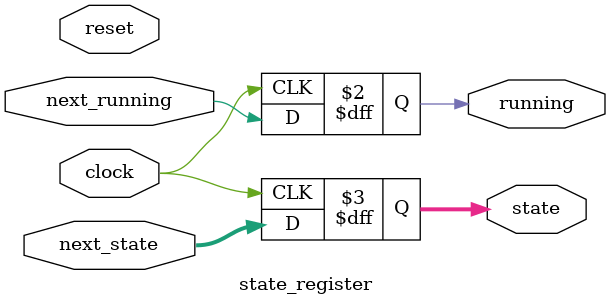
<source format=sv>
module controlled_ring_counter(
    input  wire       clock,
    input  wire       reset,
    input  wire       run,   // Start/stop control
    output wire [3:0] state
);
    wire       running;
    wire       next_running;
    wire [3:0] next_state;
    
    // 实例化控制单元子模块
    control_unit control_inst (
        .reset        (reset),
        .run          (run),
        .running      (running),
        .next_running (next_running)
    );
    
    // 实例化状态生成器子模块
    state_generator state_gen_inst (
        .reset        (reset),
        .running      (running),
        .run          (run),
        .current_state(state),
        .next_state   (next_state)
    );
    
    // 实例化状态寄存器子模块
    state_register state_reg_inst (
        .clock        (clock),
        .reset        (reset),
        .next_running (next_running),
        .next_state   (next_state),
        .running      (running),
        .state        (state)
    );
endmodule

// 控制单元 - 处理运行状态控制逻辑
module control_unit (
    input  wire reset,
    input  wire run,
    input  wire running,
    output wire next_running
);
    // 根据当前状态确定下一个running值
    assign next_running = (reset) ? 1'b0 :
                         (run) ? 1'b1 :
                         1'b0;
endmodule

// 状态生成器 - 计算下一个状态值
module state_generator (
    input  wire       reset,
    input  wire       running,
    input  wire       run,
    input  wire [3:0] current_state,
    output wire [3:0] next_state
);
    // 确定下一个状态值
    wire should_rotate = (reset) ? 1'b0 : 
                         ((running && run) || (running && !run)) ? 1'b1 : 
                         1'b0;
    
    // 状态轮转逻辑
    wire [3:0] rotated_state = {current_state[2:0], current_state[3]};
    
    // 选择重置值或轮转值
    assign next_state = (reset) ? 4'b0001 :
                       (should_rotate) ? rotated_state :
                       current_state;
endmodule

// 状态寄存器 - 保存系统状态
module state_register (
    input  wire       clock,
    input  wire       reset,
    input  wire       next_running,
    input  wire [3:0] next_state,
    output reg        running,
    output reg  [3:0] state
);
    // 时序逻辑更新状态
    always @(posedge clock) begin
        running <= next_running;
        state <= next_state;
    end
endmodule
</source>
